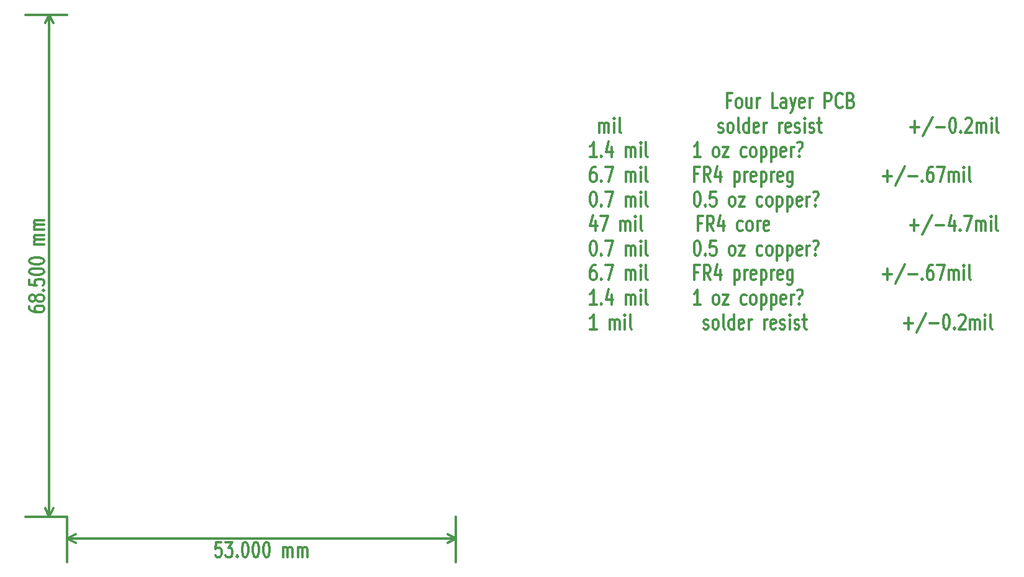
<source format=gbr>
G04 #@! TF.GenerationSoftware,KiCad,Pcbnew,(5.0.0)*
G04 #@! TF.CreationDate,2018-12-02T13:03:49-08:00*
G04 #@! TF.ProjectId,HamShield1.1,48616D536869656C64312E312E6B6963,rev?*
G04 #@! TF.SameCoordinates,PX581e980PY882a660*
G04 #@! TF.FileFunction,Other,Comment*
%FSLAX46Y46*%
G04 Gerber Fmt 4.6, Leading zero omitted, Abs format (unit mm)*
G04 Created by KiCad (PCBNEW (5.0.0)) date 12/02/18 13:03:49*
%MOMM*%
%LPD*%
G01*
G04 APERTURE LIST*
%ADD10C,0.304800*%
G04 APERTURE END LIST*
D10*
X90597262Y47962743D02*
X90089262Y47962743D01*
X90089262Y46898362D02*
X90089262Y48930362D01*
X90814977Y48930362D01*
X91613262Y46898362D02*
X91468120Y46995124D01*
X91395548Y47091886D01*
X91322977Y47285410D01*
X91322977Y47865981D01*
X91395548Y48059505D01*
X91468120Y48156267D01*
X91613262Y48253029D01*
X91830977Y48253029D01*
X91976120Y48156267D01*
X92048691Y48059505D01*
X92121262Y47865981D01*
X92121262Y47285410D01*
X92048691Y47091886D01*
X91976120Y46995124D01*
X91830977Y46898362D01*
X91613262Y46898362D01*
X93427548Y48253029D02*
X93427548Y46898362D01*
X92774405Y48253029D02*
X92774405Y47188648D01*
X92846977Y46995124D01*
X92992120Y46898362D01*
X93209834Y46898362D01*
X93354977Y46995124D01*
X93427548Y47091886D01*
X94153262Y46898362D02*
X94153262Y48253029D01*
X94153262Y47865981D02*
X94225834Y48059505D01*
X94298405Y48156267D01*
X94443548Y48253029D01*
X94588691Y48253029D01*
X96983548Y46898362D02*
X96257834Y46898362D01*
X96257834Y48930362D01*
X98144691Y46898362D02*
X98144691Y47962743D01*
X98072120Y48156267D01*
X97926977Y48253029D01*
X97636691Y48253029D01*
X97491548Y48156267D01*
X98144691Y46995124D02*
X97999548Y46898362D01*
X97636691Y46898362D01*
X97491548Y46995124D01*
X97418977Y47188648D01*
X97418977Y47382172D01*
X97491548Y47575696D01*
X97636691Y47672458D01*
X97999548Y47672458D01*
X98144691Y47769220D01*
X98725262Y48253029D02*
X99088120Y46898362D01*
X99450977Y48253029D02*
X99088120Y46898362D01*
X98942977Y46414553D01*
X98870405Y46317791D01*
X98725262Y46221029D01*
X100612120Y46995124D02*
X100466977Y46898362D01*
X100176691Y46898362D01*
X100031548Y46995124D01*
X99958977Y47188648D01*
X99958977Y47962743D01*
X100031548Y48156267D01*
X100176691Y48253029D01*
X100466977Y48253029D01*
X100612120Y48156267D01*
X100684691Y47962743D01*
X100684691Y47769220D01*
X99958977Y47575696D01*
X101337834Y46898362D02*
X101337834Y48253029D01*
X101337834Y47865981D02*
X101410405Y48059505D01*
X101482977Y48156267D01*
X101628120Y48253029D01*
X101773262Y48253029D01*
X103442405Y46898362D02*
X103442405Y48930362D01*
X104022977Y48930362D01*
X104168120Y48833600D01*
X104240691Y48736839D01*
X104313262Y48543315D01*
X104313262Y48253029D01*
X104240691Y48059505D01*
X104168120Y47962743D01*
X104022977Y47865981D01*
X103442405Y47865981D01*
X105837262Y47091886D02*
X105764691Y46995124D01*
X105546977Y46898362D01*
X105401834Y46898362D01*
X105184120Y46995124D01*
X105038977Y47188648D01*
X104966405Y47382172D01*
X104893834Y47769220D01*
X104893834Y48059505D01*
X104966405Y48446553D01*
X105038977Y48640077D01*
X105184120Y48833600D01*
X105401834Y48930362D01*
X105546977Y48930362D01*
X105764691Y48833600D01*
X105837262Y48736839D01*
X106998405Y47962743D02*
X107216120Y47865981D01*
X107288691Y47769220D01*
X107361262Y47575696D01*
X107361262Y47285410D01*
X107288691Y47091886D01*
X107216120Y46995124D01*
X107070977Y46898362D01*
X106490405Y46898362D01*
X106490405Y48930362D01*
X106998405Y48930362D01*
X107143548Y48833600D01*
X107216120Y48736839D01*
X107288691Y48543315D01*
X107288691Y48349791D01*
X107216120Y48156267D01*
X107143548Y48059505D01*
X106998405Y47962743D01*
X106490405Y47962743D01*
X72672120Y43545562D02*
X72672120Y44900229D01*
X72672120Y44706705D02*
X72744691Y44803467D01*
X72889834Y44900229D01*
X73107548Y44900229D01*
X73252691Y44803467D01*
X73325262Y44609943D01*
X73325262Y43545562D01*
X73325262Y44609943D02*
X73397834Y44803467D01*
X73542977Y44900229D01*
X73760691Y44900229D01*
X73905834Y44803467D01*
X73978405Y44609943D01*
X73978405Y43545562D01*
X74704120Y43545562D02*
X74704120Y44900229D01*
X74704120Y45577562D02*
X74631548Y45480800D01*
X74704120Y45384039D01*
X74776691Y45480800D01*
X74704120Y45577562D01*
X74704120Y45384039D01*
X75647548Y43545562D02*
X75502405Y43642324D01*
X75429834Y43835848D01*
X75429834Y45577562D01*
X88928120Y43642324D02*
X89073262Y43545562D01*
X89363548Y43545562D01*
X89508691Y43642324D01*
X89581262Y43835848D01*
X89581262Y43932610D01*
X89508691Y44126134D01*
X89363548Y44222896D01*
X89145834Y44222896D01*
X89000691Y44319658D01*
X88928120Y44513181D01*
X88928120Y44609943D01*
X89000691Y44803467D01*
X89145834Y44900229D01*
X89363548Y44900229D01*
X89508691Y44803467D01*
X90452120Y43545562D02*
X90306977Y43642324D01*
X90234405Y43739086D01*
X90161834Y43932610D01*
X90161834Y44513181D01*
X90234405Y44706705D01*
X90306977Y44803467D01*
X90452120Y44900229D01*
X90669834Y44900229D01*
X90814977Y44803467D01*
X90887548Y44706705D01*
X90960120Y44513181D01*
X90960120Y43932610D01*
X90887548Y43739086D01*
X90814977Y43642324D01*
X90669834Y43545562D01*
X90452120Y43545562D01*
X91830977Y43545562D02*
X91685834Y43642324D01*
X91613262Y43835848D01*
X91613262Y45577562D01*
X93064691Y43545562D02*
X93064691Y45577562D01*
X93064691Y43642324D02*
X92919548Y43545562D01*
X92629262Y43545562D01*
X92484120Y43642324D01*
X92411548Y43739086D01*
X92338977Y43932610D01*
X92338977Y44513181D01*
X92411548Y44706705D01*
X92484120Y44803467D01*
X92629262Y44900229D01*
X92919548Y44900229D01*
X93064691Y44803467D01*
X94370977Y43642324D02*
X94225834Y43545562D01*
X93935548Y43545562D01*
X93790405Y43642324D01*
X93717834Y43835848D01*
X93717834Y44609943D01*
X93790405Y44803467D01*
X93935548Y44900229D01*
X94225834Y44900229D01*
X94370977Y44803467D01*
X94443548Y44609943D01*
X94443548Y44416420D01*
X93717834Y44222896D01*
X95096691Y43545562D02*
X95096691Y44900229D01*
X95096691Y44513181D02*
X95169262Y44706705D01*
X95241834Y44803467D01*
X95386977Y44900229D01*
X95532120Y44900229D01*
X97201262Y43545562D02*
X97201262Y44900229D01*
X97201262Y44513181D02*
X97273834Y44706705D01*
X97346405Y44803467D01*
X97491548Y44900229D01*
X97636691Y44900229D01*
X98725262Y43642324D02*
X98580120Y43545562D01*
X98289834Y43545562D01*
X98144691Y43642324D01*
X98072120Y43835848D01*
X98072120Y44609943D01*
X98144691Y44803467D01*
X98289834Y44900229D01*
X98580120Y44900229D01*
X98725262Y44803467D01*
X98797834Y44609943D01*
X98797834Y44416420D01*
X98072120Y44222896D01*
X99378405Y43642324D02*
X99523548Y43545562D01*
X99813834Y43545562D01*
X99958977Y43642324D01*
X100031548Y43835848D01*
X100031548Y43932610D01*
X99958977Y44126134D01*
X99813834Y44222896D01*
X99596120Y44222896D01*
X99450977Y44319658D01*
X99378405Y44513181D01*
X99378405Y44609943D01*
X99450977Y44803467D01*
X99596120Y44900229D01*
X99813834Y44900229D01*
X99958977Y44803467D01*
X100684691Y43545562D02*
X100684691Y44900229D01*
X100684691Y45577562D02*
X100612120Y45480800D01*
X100684691Y45384039D01*
X100757262Y45480800D01*
X100684691Y45577562D01*
X100684691Y45384039D01*
X101337834Y43642324D02*
X101482977Y43545562D01*
X101773262Y43545562D01*
X101918405Y43642324D01*
X101990977Y43835848D01*
X101990977Y43932610D01*
X101918405Y44126134D01*
X101773262Y44222896D01*
X101555548Y44222896D01*
X101410405Y44319658D01*
X101337834Y44513181D01*
X101337834Y44609943D01*
X101410405Y44803467D01*
X101555548Y44900229D01*
X101773262Y44900229D01*
X101918405Y44803467D01*
X102426405Y44900229D02*
X103006977Y44900229D01*
X102644120Y45577562D02*
X102644120Y43835848D01*
X102716691Y43642324D01*
X102861834Y43545562D01*
X103006977Y43545562D01*
X115126405Y44319658D02*
X116287548Y44319658D01*
X115706977Y43545562D02*
X115706977Y45093753D01*
X118101834Y45674324D02*
X116795548Y43061753D01*
X118609834Y44319658D02*
X119770977Y44319658D01*
X120786977Y45577562D02*
X120932120Y45577562D01*
X121077262Y45480800D01*
X121149834Y45384039D01*
X121222405Y45190515D01*
X121294977Y44803467D01*
X121294977Y44319658D01*
X121222405Y43932610D01*
X121149834Y43739086D01*
X121077262Y43642324D01*
X120932120Y43545562D01*
X120786977Y43545562D01*
X120641834Y43642324D01*
X120569262Y43739086D01*
X120496691Y43932610D01*
X120424120Y44319658D01*
X120424120Y44803467D01*
X120496691Y45190515D01*
X120569262Y45384039D01*
X120641834Y45480800D01*
X120786977Y45577562D01*
X121948120Y43739086D02*
X122020691Y43642324D01*
X121948120Y43545562D01*
X121875548Y43642324D01*
X121948120Y43739086D01*
X121948120Y43545562D01*
X122601262Y45384039D02*
X122673834Y45480800D01*
X122818977Y45577562D01*
X123181834Y45577562D01*
X123326977Y45480800D01*
X123399548Y45384039D01*
X123472120Y45190515D01*
X123472120Y44996991D01*
X123399548Y44706705D01*
X122528691Y43545562D01*
X123472120Y43545562D01*
X124125262Y43545562D02*
X124125262Y44900229D01*
X124125262Y44706705D02*
X124197834Y44803467D01*
X124342977Y44900229D01*
X124560691Y44900229D01*
X124705834Y44803467D01*
X124778405Y44609943D01*
X124778405Y43545562D01*
X124778405Y44609943D02*
X124850977Y44803467D01*
X124996120Y44900229D01*
X125213834Y44900229D01*
X125358977Y44803467D01*
X125431548Y44609943D01*
X125431548Y43545562D01*
X126157262Y43545562D02*
X126157262Y44900229D01*
X126157262Y45577562D02*
X126084691Y45480800D01*
X126157262Y45384039D01*
X126229834Y45480800D01*
X126157262Y45577562D01*
X126157262Y45384039D01*
X127100691Y43545562D02*
X126955548Y43642324D01*
X126882977Y43835848D01*
X126882977Y45577562D01*
X72309262Y40192762D02*
X71438405Y40192762D01*
X71873834Y40192762D02*
X71873834Y42224762D01*
X71728691Y41934477D01*
X71583548Y41740953D01*
X71438405Y41644191D01*
X72962405Y40386286D02*
X73034977Y40289524D01*
X72962405Y40192762D01*
X72889834Y40289524D01*
X72962405Y40386286D01*
X72962405Y40192762D01*
X74341262Y41547429D02*
X74341262Y40192762D01*
X73978405Y42321524D02*
X73615548Y40870096D01*
X74558977Y40870096D01*
X76300691Y40192762D02*
X76300691Y41547429D01*
X76300691Y41353905D02*
X76373262Y41450667D01*
X76518405Y41547429D01*
X76736120Y41547429D01*
X76881262Y41450667D01*
X76953834Y41257143D01*
X76953834Y40192762D01*
X76953834Y41257143D02*
X77026405Y41450667D01*
X77171548Y41547429D01*
X77389262Y41547429D01*
X77534405Y41450667D01*
X77606977Y41257143D01*
X77606977Y40192762D01*
X78332691Y40192762D02*
X78332691Y41547429D01*
X78332691Y42224762D02*
X78260120Y42128000D01*
X78332691Y42031239D01*
X78405262Y42128000D01*
X78332691Y42224762D01*
X78332691Y42031239D01*
X79276120Y40192762D02*
X79130977Y40289524D01*
X79058405Y40483048D01*
X79058405Y42224762D01*
X86460691Y40192762D02*
X85589834Y40192762D01*
X86025262Y40192762D02*
X86025262Y42224762D01*
X85880120Y41934477D01*
X85734977Y41740953D01*
X85589834Y41644191D01*
X88492691Y40192762D02*
X88347548Y40289524D01*
X88274977Y40386286D01*
X88202405Y40579810D01*
X88202405Y41160381D01*
X88274977Y41353905D01*
X88347548Y41450667D01*
X88492691Y41547429D01*
X88710405Y41547429D01*
X88855548Y41450667D01*
X88928120Y41353905D01*
X89000691Y41160381D01*
X89000691Y40579810D01*
X88928120Y40386286D01*
X88855548Y40289524D01*
X88710405Y40192762D01*
X88492691Y40192762D01*
X89508691Y41547429D02*
X90306977Y41547429D01*
X89508691Y40192762D01*
X90306977Y40192762D01*
X92701834Y40289524D02*
X92556691Y40192762D01*
X92266405Y40192762D01*
X92121262Y40289524D01*
X92048691Y40386286D01*
X91976120Y40579810D01*
X91976120Y41160381D01*
X92048691Y41353905D01*
X92121262Y41450667D01*
X92266405Y41547429D01*
X92556691Y41547429D01*
X92701834Y41450667D01*
X93572691Y40192762D02*
X93427548Y40289524D01*
X93354977Y40386286D01*
X93282405Y40579810D01*
X93282405Y41160381D01*
X93354977Y41353905D01*
X93427548Y41450667D01*
X93572691Y41547429D01*
X93790405Y41547429D01*
X93935548Y41450667D01*
X94008120Y41353905D01*
X94080691Y41160381D01*
X94080691Y40579810D01*
X94008120Y40386286D01*
X93935548Y40289524D01*
X93790405Y40192762D01*
X93572691Y40192762D01*
X94733834Y41547429D02*
X94733834Y39515429D01*
X94733834Y41450667D02*
X94878977Y41547429D01*
X95169262Y41547429D01*
X95314405Y41450667D01*
X95386977Y41353905D01*
X95459548Y41160381D01*
X95459548Y40579810D01*
X95386977Y40386286D01*
X95314405Y40289524D01*
X95169262Y40192762D01*
X94878977Y40192762D01*
X94733834Y40289524D01*
X96112691Y41547429D02*
X96112691Y39515429D01*
X96112691Y41450667D02*
X96257834Y41547429D01*
X96548120Y41547429D01*
X96693262Y41450667D01*
X96765834Y41353905D01*
X96838405Y41160381D01*
X96838405Y40579810D01*
X96765834Y40386286D01*
X96693262Y40289524D01*
X96548120Y40192762D01*
X96257834Y40192762D01*
X96112691Y40289524D01*
X98072120Y40289524D02*
X97926977Y40192762D01*
X97636691Y40192762D01*
X97491548Y40289524D01*
X97418977Y40483048D01*
X97418977Y41257143D01*
X97491548Y41450667D01*
X97636691Y41547429D01*
X97926977Y41547429D01*
X98072120Y41450667D01*
X98144691Y41257143D01*
X98144691Y41063620D01*
X97418977Y40870096D01*
X98797834Y40192762D02*
X98797834Y41547429D01*
X98797834Y41160381D02*
X98870405Y41353905D01*
X98942977Y41450667D01*
X99088120Y41547429D01*
X99233262Y41547429D01*
X99958977Y40386286D02*
X100031548Y40289524D01*
X99958977Y40192762D01*
X99886405Y40289524D01*
X99958977Y40386286D01*
X99958977Y40192762D01*
X99668691Y42128000D02*
X99813834Y42224762D01*
X100176691Y42224762D01*
X100321834Y42128000D01*
X100394405Y41934477D01*
X100394405Y41740953D01*
X100321834Y41547429D01*
X100249262Y41450667D01*
X100104120Y41353905D01*
X100031548Y41257143D01*
X99958977Y41063620D01*
X99958977Y40966858D01*
X72164120Y38871962D02*
X71873834Y38871962D01*
X71728691Y38775200D01*
X71656120Y38678439D01*
X71510977Y38388153D01*
X71438405Y38001105D01*
X71438405Y37227010D01*
X71510977Y37033486D01*
X71583548Y36936724D01*
X71728691Y36839962D01*
X72018977Y36839962D01*
X72164120Y36936724D01*
X72236691Y37033486D01*
X72309262Y37227010D01*
X72309262Y37710820D01*
X72236691Y37904343D01*
X72164120Y38001105D01*
X72018977Y38097867D01*
X71728691Y38097867D01*
X71583548Y38001105D01*
X71510977Y37904343D01*
X71438405Y37710820D01*
X72962405Y37033486D02*
X73034977Y36936724D01*
X72962405Y36839962D01*
X72889834Y36936724D01*
X72962405Y37033486D01*
X72962405Y36839962D01*
X73542977Y38871962D02*
X74558977Y38871962D01*
X73905834Y36839962D01*
X76300691Y36839962D02*
X76300691Y38194629D01*
X76300691Y38001105D02*
X76373262Y38097867D01*
X76518405Y38194629D01*
X76736120Y38194629D01*
X76881262Y38097867D01*
X76953834Y37904343D01*
X76953834Y36839962D01*
X76953834Y37904343D02*
X77026405Y38097867D01*
X77171548Y38194629D01*
X77389262Y38194629D01*
X77534405Y38097867D01*
X77606977Y37904343D01*
X77606977Y36839962D01*
X78332691Y36839962D02*
X78332691Y38194629D01*
X78332691Y38871962D02*
X78260120Y38775200D01*
X78332691Y38678439D01*
X78405262Y38775200D01*
X78332691Y38871962D01*
X78332691Y38678439D01*
X79276120Y36839962D02*
X79130977Y36936724D01*
X79058405Y37130248D01*
X79058405Y38871962D01*
X86170405Y37904343D02*
X85662405Y37904343D01*
X85662405Y36839962D02*
X85662405Y38871962D01*
X86388120Y38871962D01*
X87839548Y36839962D02*
X87331548Y37807581D01*
X86968691Y36839962D02*
X86968691Y38871962D01*
X87549262Y38871962D01*
X87694405Y38775200D01*
X87766977Y38678439D01*
X87839548Y38484915D01*
X87839548Y38194629D01*
X87766977Y38001105D01*
X87694405Y37904343D01*
X87549262Y37807581D01*
X86968691Y37807581D01*
X89145834Y38194629D02*
X89145834Y36839962D01*
X88782977Y38968724D02*
X88420120Y37517296D01*
X89363548Y37517296D01*
X91105262Y38194629D02*
X91105262Y36162629D01*
X91105262Y38097867D02*
X91250405Y38194629D01*
X91540691Y38194629D01*
X91685834Y38097867D01*
X91758405Y38001105D01*
X91830977Y37807581D01*
X91830977Y37227010D01*
X91758405Y37033486D01*
X91685834Y36936724D01*
X91540691Y36839962D01*
X91250405Y36839962D01*
X91105262Y36936724D01*
X92484120Y36839962D02*
X92484120Y38194629D01*
X92484120Y37807581D02*
X92556691Y38001105D01*
X92629262Y38097867D01*
X92774405Y38194629D01*
X92919548Y38194629D01*
X94008120Y36936724D02*
X93862977Y36839962D01*
X93572691Y36839962D01*
X93427548Y36936724D01*
X93354977Y37130248D01*
X93354977Y37904343D01*
X93427548Y38097867D01*
X93572691Y38194629D01*
X93862977Y38194629D01*
X94008120Y38097867D01*
X94080691Y37904343D01*
X94080691Y37710820D01*
X93354977Y37517296D01*
X94733834Y38194629D02*
X94733834Y36162629D01*
X94733834Y38097867D02*
X94878977Y38194629D01*
X95169262Y38194629D01*
X95314405Y38097867D01*
X95386977Y38001105D01*
X95459548Y37807581D01*
X95459548Y37227010D01*
X95386977Y37033486D01*
X95314405Y36936724D01*
X95169262Y36839962D01*
X94878977Y36839962D01*
X94733834Y36936724D01*
X96112691Y36839962D02*
X96112691Y38194629D01*
X96112691Y37807581D02*
X96185262Y38001105D01*
X96257834Y38097867D01*
X96402977Y38194629D01*
X96548120Y38194629D01*
X97636691Y36936724D02*
X97491548Y36839962D01*
X97201262Y36839962D01*
X97056120Y36936724D01*
X96983548Y37130248D01*
X96983548Y37904343D01*
X97056120Y38097867D01*
X97201262Y38194629D01*
X97491548Y38194629D01*
X97636691Y38097867D01*
X97709262Y37904343D01*
X97709262Y37710820D01*
X96983548Y37517296D01*
X99015548Y38194629D02*
X99015548Y36549677D01*
X98942977Y36356153D01*
X98870405Y36259391D01*
X98725262Y36162629D01*
X98507548Y36162629D01*
X98362405Y36259391D01*
X99015548Y36936724D02*
X98870405Y36839962D01*
X98580120Y36839962D01*
X98434977Y36936724D01*
X98362405Y37033486D01*
X98289834Y37227010D01*
X98289834Y37807581D01*
X98362405Y38001105D01*
X98434977Y38097867D01*
X98580120Y38194629D01*
X98870405Y38194629D01*
X99015548Y38097867D01*
X111352691Y37614058D02*
X112513834Y37614058D01*
X111933262Y36839962D02*
X111933262Y38388153D01*
X114328120Y38968724D02*
X113021834Y36356153D01*
X114836120Y37614058D02*
X115997262Y37614058D01*
X116722977Y37033486D02*
X116795548Y36936724D01*
X116722977Y36839962D01*
X116650405Y36936724D01*
X116722977Y37033486D01*
X116722977Y36839962D01*
X118101834Y38871962D02*
X117811548Y38871962D01*
X117666405Y38775200D01*
X117593834Y38678439D01*
X117448691Y38388153D01*
X117376120Y38001105D01*
X117376120Y37227010D01*
X117448691Y37033486D01*
X117521262Y36936724D01*
X117666405Y36839962D01*
X117956691Y36839962D01*
X118101834Y36936724D01*
X118174405Y37033486D01*
X118246977Y37227010D01*
X118246977Y37710820D01*
X118174405Y37904343D01*
X118101834Y38001105D01*
X117956691Y38097867D01*
X117666405Y38097867D01*
X117521262Y38001105D01*
X117448691Y37904343D01*
X117376120Y37710820D01*
X118754977Y38871962D02*
X119770977Y38871962D01*
X119117834Y36839962D01*
X120351548Y36839962D02*
X120351548Y38194629D01*
X120351548Y38001105D02*
X120424120Y38097867D01*
X120569262Y38194629D01*
X120786977Y38194629D01*
X120932120Y38097867D01*
X121004691Y37904343D01*
X121004691Y36839962D01*
X121004691Y37904343D02*
X121077262Y38097867D01*
X121222405Y38194629D01*
X121440120Y38194629D01*
X121585262Y38097867D01*
X121657834Y37904343D01*
X121657834Y36839962D01*
X122383548Y36839962D02*
X122383548Y38194629D01*
X122383548Y38871962D02*
X122310977Y38775200D01*
X122383548Y38678439D01*
X122456120Y38775200D01*
X122383548Y38871962D01*
X122383548Y38678439D01*
X123326977Y36839962D02*
X123181834Y36936724D01*
X123109262Y37130248D01*
X123109262Y38871962D01*
X71801262Y35519162D02*
X71946405Y35519162D01*
X72091548Y35422400D01*
X72164120Y35325639D01*
X72236691Y35132115D01*
X72309262Y34745067D01*
X72309262Y34261258D01*
X72236691Y33874210D01*
X72164120Y33680686D01*
X72091548Y33583924D01*
X71946405Y33487162D01*
X71801262Y33487162D01*
X71656120Y33583924D01*
X71583548Y33680686D01*
X71510977Y33874210D01*
X71438405Y34261258D01*
X71438405Y34745067D01*
X71510977Y35132115D01*
X71583548Y35325639D01*
X71656120Y35422400D01*
X71801262Y35519162D01*
X72962405Y33680686D02*
X73034977Y33583924D01*
X72962405Y33487162D01*
X72889834Y33583924D01*
X72962405Y33680686D01*
X72962405Y33487162D01*
X73542977Y35519162D02*
X74558977Y35519162D01*
X73905834Y33487162D01*
X76300691Y33487162D02*
X76300691Y34841829D01*
X76300691Y34648305D02*
X76373262Y34745067D01*
X76518405Y34841829D01*
X76736120Y34841829D01*
X76881262Y34745067D01*
X76953834Y34551543D01*
X76953834Y33487162D01*
X76953834Y34551543D02*
X77026405Y34745067D01*
X77171548Y34841829D01*
X77389262Y34841829D01*
X77534405Y34745067D01*
X77606977Y34551543D01*
X77606977Y33487162D01*
X78332691Y33487162D02*
X78332691Y34841829D01*
X78332691Y35519162D02*
X78260120Y35422400D01*
X78332691Y35325639D01*
X78405262Y35422400D01*
X78332691Y35519162D01*
X78332691Y35325639D01*
X79276120Y33487162D02*
X79130977Y33583924D01*
X79058405Y33777448D01*
X79058405Y35519162D01*
X85952691Y35519162D02*
X86097834Y35519162D01*
X86242977Y35422400D01*
X86315548Y35325639D01*
X86388120Y35132115D01*
X86460691Y34745067D01*
X86460691Y34261258D01*
X86388120Y33874210D01*
X86315548Y33680686D01*
X86242977Y33583924D01*
X86097834Y33487162D01*
X85952691Y33487162D01*
X85807548Y33583924D01*
X85734977Y33680686D01*
X85662405Y33874210D01*
X85589834Y34261258D01*
X85589834Y34745067D01*
X85662405Y35132115D01*
X85734977Y35325639D01*
X85807548Y35422400D01*
X85952691Y35519162D01*
X87113834Y33680686D02*
X87186405Y33583924D01*
X87113834Y33487162D01*
X87041262Y33583924D01*
X87113834Y33680686D01*
X87113834Y33487162D01*
X88565262Y35519162D02*
X87839548Y35519162D01*
X87766977Y34551543D01*
X87839548Y34648305D01*
X87984691Y34745067D01*
X88347548Y34745067D01*
X88492691Y34648305D01*
X88565262Y34551543D01*
X88637834Y34358020D01*
X88637834Y33874210D01*
X88565262Y33680686D01*
X88492691Y33583924D01*
X88347548Y33487162D01*
X87984691Y33487162D01*
X87839548Y33583924D01*
X87766977Y33680686D01*
X90669834Y33487162D02*
X90524691Y33583924D01*
X90452120Y33680686D01*
X90379548Y33874210D01*
X90379548Y34454781D01*
X90452120Y34648305D01*
X90524691Y34745067D01*
X90669834Y34841829D01*
X90887548Y34841829D01*
X91032691Y34745067D01*
X91105262Y34648305D01*
X91177834Y34454781D01*
X91177834Y33874210D01*
X91105262Y33680686D01*
X91032691Y33583924D01*
X90887548Y33487162D01*
X90669834Y33487162D01*
X91685834Y34841829D02*
X92484120Y34841829D01*
X91685834Y33487162D01*
X92484120Y33487162D01*
X94878977Y33583924D02*
X94733834Y33487162D01*
X94443548Y33487162D01*
X94298405Y33583924D01*
X94225834Y33680686D01*
X94153262Y33874210D01*
X94153262Y34454781D01*
X94225834Y34648305D01*
X94298405Y34745067D01*
X94443548Y34841829D01*
X94733834Y34841829D01*
X94878977Y34745067D01*
X95749834Y33487162D02*
X95604691Y33583924D01*
X95532120Y33680686D01*
X95459548Y33874210D01*
X95459548Y34454781D01*
X95532120Y34648305D01*
X95604691Y34745067D01*
X95749834Y34841829D01*
X95967548Y34841829D01*
X96112691Y34745067D01*
X96185262Y34648305D01*
X96257834Y34454781D01*
X96257834Y33874210D01*
X96185262Y33680686D01*
X96112691Y33583924D01*
X95967548Y33487162D01*
X95749834Y33487162D01*
X96910977Y34841829D02*
X96910977Y32809829D01*
X96910977Y34745067D02*
X97056120Y34841829D01*
X97346405Y34841829D01*
X97491548Y34745067D01*
X97564120Y34648305D01*
X97636691Y34454781D01*
X97636691Y33874210D01*
X97564120Y33680686D01*
X97491548Y33583924D01*
X97346405Y33487162D01*
X97056120Y33487162D01*
X96910977Y33583924D01*
X98289834Y34841829D02*
X98289834Y32809829D01*
X98289834Y34745067D02*
X98434977Y34841829D01*
X98725262Y34841829D01*
X98870405Y34745067D01*
X98942977Y34648305D01*
X99015548Y34454781D01*
X99015548Y33874210D01*
X98942977Y33680686D01*
X98870405Y33583924D01*
X98725262Y33487162D01*
X98434977Y33487162D01*
X98289834Y33583924D01*
X100249262Y33583924D02*
X100104120Y33487162D01*
X99813834Y33487162D01*
X99668691Y33583924D01*
X99596120Y33777448D01*
X99596120Y34551543D01*
X99668691Y34745067D01*
X99813834Y34841829D01*
X100104120Y34841829D01*
X100249262Y34745067D01*
X100321834Y34551543D01*
X100321834Y34358020D01*
X99596120Y34164496D01*
X100974977Y33487162D02*
X100974977Y34841829D01*
X100974977Y34454781D02*
X101047548Y34648305D01*
X101120120Y34745067D01*
X101265262Y34841829D01*
X101410405Y34841829D01*
X102136120Y33680686D02*
X102208691Y33583924D01*
X102136120Y33487162D01*
X102063548Y33583924D01*
X102136120Y33680686D01*
X102136120Y33487162D01*
X101845834Y35422400D02*
X101990977Y35519162D01*
X102353834Y35519162D01*
X102498977Y35422400D01*
X102571548Y35228877D01*
X102571548Y35035353D01*
X102498977Y34841829D01*
X102426405Y34745067D01*
X102281262Y34648305D01*
X102208691Y34551543D01*
X102136120Y34358020D01*
X102136120Y34261258D01*
X72164120Y31489029D02*
X72164120Y30134362D01*
X71801262Y32263124D02*
X71438405Y30811696D01*
X72381834Y30811696D01*
X72817262Y32166362D02*
X73833262Y32166362D01*
X73180120Y30134362D01*
X75574977Y30134362D02*
X75574977Y31489029D01*
X75574977Y31295505D02*
X75647548Y31392267D01*
X75792691Y31489029D01*
X76010405Y31489029D01*
X76155548Y31392267D01*
X76228120Y31198743D01*
X76228120Y30134362D01*
X76228120Y31198743D02*
X76300691Y31392267D01*
X76445834Y31489029D01*
X76663548Y31489029D01*
X76808691Y31392267D01*
X76881262Y31198743D01*
X76881262Y30134362D01*
X77606977Y30134362D02*
X77606977Y31489029D01*
X77606977Y32166362D02*
X77534405Y32069600D01*
X77606977Y31972839D01*
X77679548Y32069600D01*
X77606977Y32166362D01*
X77606977Y31972839D01*
X78550405Y30134362D02*
X78405262Y30231124D01*
X78332691Y30424648D01*
X78332691Y32166362D01*
X86605834Y31198743D02*
X86097834Y31198743D01*
X86097834Y30134362D02*
X86097834Y32166362D01*
X86823548Y32166362D01*
X88274977Y30134362D02*
X87766977Y31101981D01*
X87404120Y30134362D02*
X87404120Y32166362D01*
X87984691Y32166362D01*
X88129834Y32069600D01*
X88202405Y31972839D01*
X88274977Y31779315D01*
X88274977Y31489029D01*
X88202405Y31295505D01*
X88129834Y31198743D01*
X87984691Y31101981D01*
X87404120Y31101981D01*
X89581262Y31489029D02*
X89581262Y30134362D01*
X89218405Y32263124D02*
X88855548Y30811696D01*
X89798977Y30811696D01*
X92193834Y30231124D02*
X92048691Y30134362D01*
X91758405Y30134362D01*
X91613262Y30231124D01*
X91540691Y30327886D01*
X91468120Y30521410D01*
X91468120Y31101981D01*
X91540691Y31295505D01*
X91613262Y31392267D01*
X91758405Y31489029D01*
X92048691Y31489029D01*
X92193834Y31392267D01*
X93064691Y30134362D02*
X92919548Y30231124D01*
X92846977Y30327886D01*
X92774405Y30521410D01*
X92774405Y31101981D01*
X92846977Y31295505D01*
X92919548Y31392267D01*
X93064691Y31489029D01*
X93282405Y31489029D01*
X93427548Y31392267D01*
X93500120Y31295505D01*
X93572691Y31101981D01*
X93572691Y30521410D01*
X93500120Y30327886D01*
X93427548Y30231124D01*
X93282405Y30134362D01*
X93064691Y30134362D01*
X94225834Y30134362D02*
X94225834Y31489029D01*
X94225834Y31101981D02*
X94298405Y31295505D01*
X94370977Y31392267D01*
X94516120Y31489029D01*
X94661262Y31489029D01*
X95749834Y30231124D02*
X95604691Y30134362D01*
X95314405Y30134362D01*
X95169262Y30231124D01*
X95096691Y30424648D01*
X95096691Y31198743D01*
X95169262Y31392267D01*
X95314405Y31489029D01*
X95604691Y31489029D01*
X95749834Y31392267D01*
X95822405Y31198743D01*
X95822405Y31005220D01*
X95096691Y30811696D01*
X115053834Y30908458D02*
X116214977Y30908458D01*
X115634405Y30134362D02*
X115634405Y31682553D01*
X118029262Y32263124D02*
X116722977Y29650553D01*
X118537262Y30908458D02*
X119698405Y30908458D01*
X121077262Y31489029D02*
X121077262Y30134362D01*
X120714405Y32263124D02*
X120351548Y30811696D01*
X121294977Y30811696D01*
X121875548Y30327886D02*
X121948120Y30231124D01*
X121875548Y30134362D01*
X121802977Y30231124D01*
X121875548Y30327886D01*
X121875548Y30134362D01*
X122456120Y32166362D02*
X123472120Y32166362D01*
X122818977Y30134362D01*
X124052691Y30134362D02*
X124052691Y31489029D01*
X124052691Y31295505D02*
X124125262Y31392267D01*
X124270405Y31489029D01*
X124488120Y31489029D01*
X124633262Y31392267D01*
X124705834Y31198743D01*
X124705834Y30134362D01*
X124705834Y31198743D02*
X124778405Y31392267D01*
X124923548Y31489029D01*
X125141262Y31489029D01*
X125286405Y31392267D01*
X125358977Y31198743D01*
X125358977Y30134362D01*
X126084691Y30134362D02*
X126084691Y31489029D01*
X126084691Y32166362D02*
X126012120Y32069600D01*
X126084691Y31972839D01*
X126157262Y32069600D01*
X126084691Y32166362D01*
X126084691Y31972839D01*
X127028120Y30134362D02*
X126882977Y30231124D01*
X126810405Y30424648D01*
X126810405Y32166362D01*
X71801262Y28813562D02*
X71946405Y28813562D01*
X72091548Y28716800D01*
X72164120Y28620039D01*
X72236691Y28426515D01*
X72309262Y28039467D01*
X72309262Y27555658D01*
X72236691Y27168610D01*
X72164120Y26975086D01*
X72091548Y26878324D01*
X71946405Y26781562D01*
X71801262Y26781562D01*
X71656120Y26878324D01*
X71583548Y26975086D01*
X71510977Y27168610D01*
X71438405Y27555658D01*
X71438405Y28039467D01*
X71510977Y28426515D01*
X71583548Y28620039D01*
X71656120Y28716800D01*
X71801262Y28813562D01*
X72962405Y26975086D02*
X73034977Y26878324D01*
X72962405Y26781562D01*
X72889834Y26878324D01*
X72962405Y26975086D01*
X72962405Y26781562D01*
X73542977Y28813562D02*
X74558977Y28813562D01*
X73905834Y26781562D01*
X76300691Y26781562D02*
X76300691Y28136229D01*
X76300691Y27942705D02*
X76373262Y28039467D01*
X76518405Y28136229D01*
X76736120Y28136229D01*
X76881262Y28039467D01*
X76953834Y27845943D01*
X76953834Y26781562D01*
X76953834Y27845943D02*
X77026405Y28039467D01*
X77171548Y28136229D01*
X77389262Y28136229D01*
X77534405Y28039467D01*
X77606977Y27845943D01*
X77606977Y26781562D01*
X78332691Y26781562D02*
X78332691Y28136229D01*
X78332691Y28813562D02*
X78260120Y28716800D01*
X78332691Y28620039D01*
X78405262Y28716800D01*
X78332691Y28813562D01*
X78332691Y28620039D01*
X79276120Y26781562D02*
X79130977Y26878324D01*
X79058405Y27071848D01*
X79058405Y28813562D01*
X85952691Y28813562D02*
X86097834Y28813562D01*
X86242977Y28716800D01*
X86315548Y28620039D01*
X86388120Y28426515D01*
X86460691Y28039467D01*
X86460691Y27555658D01*
X86388120Y27168610D01*
X86315548Y26975086D01*
X86242977Y26878324D01*
X86097834Y26781562D01*
X85952691Y26781562D01*
X85807548Y26878324D01*
X85734977Y26975086D01*
X85662405Y27168610D01*
X85589834Y27555658D01*
X85589834Y28039467D01*
X85662405Y28426515D01*
X85734977Y28620039D01*
X85807548Y28716800D01*
X85952691Y28813562D01*
X87113834Y26975086D02*
X87186405Y26878324D01*
X87113834Y26781562D01*
X87041262Y26878324D01*
X87113834Y26975086D01*
X87113834Y26781562D01*
X88565262Y28813562D02*
X87839548Y28813562D01*
X87766977Y27845943D01*
X87839548Y27942705D01*
X87984691Y28039467D01*
X88347548Y28039467D01*
X88492691Y27942705D01*
X88565262Y27845943D01*
X88637834Y27652420D01*
X88637834Y27168610D01*
X88565262Y26975086D01*
X88492691Y26878324D01*
X88347548Y26781562D01*
X87984691Y26781562D01*
X87839548Y26878324D01*
X87766977Y26975086D01*
X90669834Y26781562D02*
X90524691Y26878324D01*
X90452120Y26975086D01*
X90379548Y27168610D01*
X90379548Y27749181D01*
X90452120Y27942705D01*
X90524691Y28039467D01*
X90669834Y28136229D01*
X90887548Y28136229D01*
X91032691Y28039467D01*
X91105262Y27942705D01*
X91177834Y27749181D01*
X91177834Y27168610D01*
X91105262Y26975086D01*
X91032691Y26878324D01*
X90887548Y26781562D01*
X90669834Y26781562D01*
X91685834Y28136229D02*
X92484120Y28136229D01*
X91685834Y26781562D01*
X92484120Y26781562D01*
X94878977Y26878324D02*
X94733834Y26781562D01*
X94443548Y26781562D01*
X94298405Y26878324D01*
X94225834Y26975086D01*
X94153262Y27168610D01*
X94153262Y27749181D01*
X94225834Y27942705D01*
X94298405Y28039467D01*
X94443548Y28136229D01*
X94733834Y28136229D01*
X94878977Y28039467D01*
X95749834Y26781562D02*
X95604691Y26878324D01*
X95532120Y26975086D01*
X95459548Y27168610D01*
X95459548Y27749181D01*
X95532120Y27942705D01*
X95604691Y28039467D01*
X95749834Y28136229D01*
X95967548Y28136229D01*
X96112691Y28039467D01*
X96185262Y27942705D01*
X96257834Y27749181D01*
X96257834Y27168610D01*
X96185262Y26975086D01*
X96112691Y26878324D01*
X95967548Y26781562D01*
X95749834Y26781562D01*
X96910977Y28136229D02*
X96910977Y26104229D01*
X96910977Y28039467D02*
X97056120Y28136229D01*
X97346405Y28136229D01*
X97491548Y28039467D01*
X97564120Y27942705D01*
X97636691Y27749181D01*
X97636691Y27168610D01*
X97564120Y26975086D01*
X97491548Y26878324D01*
X97346405Y26781562D01*
X97056120Y26781562D01*
X96910977Y26878324D01*
X98289834Y28136229D02*
X98289834Y26104229D01*
X98289834Y28039467D02*
X98434977Y28136229D01*
X98725262Y28136229D01*
X98870405Y28039467D01*
X98942977Y27942705D01*
X99015548Y27749181D01*
X99015548Y27168610D01*
X98942977Y26975086D01*
X98870405Y26878324D01*
X98725262Y26781562D01*
X98434977Y26781562D01*
X98289834Y26878324D01*
X100249262Y26878324D02*
X100104120Y26781562D01*
X99813834Y26781562D01*
X99668691Y26878324D01*
X99596120Y27071848D01*
X99596120Y27845943D01*
X99668691Y28039467D01*
X99813834Y28136229D01*
X100104120Y28136229D01*
X100249262Y28039467D01*
X100321834Y27845943D01*
X100321834Y27652420D01*
X99596120Y27458896D01*
X100974977Y26781562D02*
X100974977Y28136229D01*
X100974977Y27749181D02*
X101047548Y27942705D01*
X101120120Y28039467D01*
X101265262Y28136229D01*
X101410405Y28136229D01*
X102136120Y26975086D02*
X102208691Y26878324D01*
X102136120Y26781562D01*
X102063548Y26878324D01*
X102136120Y26975086D01*
X102136120Y26781562D01*
X101845834Y28716800D02*
X101990977Y28813562D01*
X102353834Y28813562D01*
X102498977Y28716800D01*
X102571548Y28523277D01*
X102571548Y28329753D01*
X102498977Y28136229D01*
X102426405Y28039467D01*
X102281262Y27942705D01*
X102208691Y27845943D01*
X102136120Y27652420D01*
X102136120Y27555658D01*
X72164120Y25460762D02*
X71873834Y25460762D01*
X71728691Y25364000D01*
X71656120Y25267239D01*
X71510977Y24976953D01*
X71438405Y24589905D01*
X71438405Y23815810D01*
X71510977Y23622286D01*
X71583548Y23525524D01*
X71728691Y23428762D01*
X72018977Y23428762D01*
X72164120Y23525524D01*
X72236691Y23622286D01*
X72309262Y23815810D01*
X72309262Y24299620D01*
X72236691Y24493143D01*
X72164120Y24589905D01*
X72018977Y24686667D01*
X71728691Y24686667D01*
X71583548Y24589905D01*
X71510977Y24493143D01*
X71438405Y24299620D01*
X72962405Y23622286D02*
X73034977Y23525524D01*
X72962405Y23428762D01*
X72889834Y23525524D01*
X72962405Y23622286D01*
X72962405Y23428762D01*
X73542977Y25460762D02*
X74558977Y25460762D01*
X73905834Y23428762D01*
X76300691Y23428762D02*
X76300691Y24783429D01*
X76300691Y24589905D02*
X76373262Y24686667D01*
X76518405Y24783429D01*
X76736120Y24783429D01*
X76881262Y24686667D01*
X76953834Y24493143D01*
X76953834Y23428762D01*
X76953834Y24493143D02*
X77026405Y24686667D01*
X77171548Y24783429D01*
X77389262Y24783429D01*
X77534405Y24686667D01*
X77606977Y24493143D01*
X77606977Y23428762D01*
X78332691Y23428762D02*
X78332691Y24783429D01*
X78332691Y25460762D02*
X78260120Y25364000D01*
X78332691Y25267239D01*
X78405262Y25364000D01*
X78332691Y25460762D01*
X78332691Y25267239D01*
X79276120Y23428762D02*
X79130977Y23525524D01*
X79058405Y23719048D01*
X79058405Y25460762D01*
X86170405Y24493143D02*
X85662405Y24493143D01*
X85662405Y23428762D02*
X85662405Y25460762D01*
X86388120Y25460762D01*
X87839548Y23428762D02*
X87331548Y24396381D01*
X86968691Y23428762D02*
X86968691Y25460762D01*
X87549262Y25460762D01*
X87694405Y25364000D01*
X87766977Y25267239D01*
X87839548Y25073715D01*
X87839548Y24783429D01*
X87766977Y24589905D01*
X87694405Y24493143D01*
X87549262Y24396381D01*
X86968691Y24396381D01*
X89145834Y24783429D02*
X89145834Y23428762D01*
X88782977Y25557524D02*
X88420120Y24106096D01*
X89363548Y24106096D01*
X91105262Y24783429D02*
X91105262Y22751429D01*
X91105262Y24686667D02*
X91250405Y24783429D01*
X91540691Y24783429D01*
X91685834Y24686667D01*
X91758405Y24589905D01*
X91830977Y24396381D01*
X91830977Y23815810D01*
X91758405Y23622286D01*
X91685834Y23525524D01*
X91540691Y23428762D01*
X91250405Y23428762D01*
X91105262Y23525524D01*
X92484120Y23428762D02*
X92484120Y24783429D01*
X92484120Y24396381D02*
X92556691Y24589905D01*
X92629262Y24686667D01*
X92774405Y24783429D01*
X92919548Y24783429D01*
X94008120Y23525524D02*
X93862977Y23428762D01*
X93572691Y23428762D01*
X93427548Y23525524D01*
X93354977Y23719048D01*
X93354977Y24493143D01*
X93427548Y24686667D01*
X93572691Y24783429D01*
X93862977Y24783429D01*
X94008120Y24686667D01*
X94080691Y24493143D01*
X94080691Y24299620D01*
X93354977Y24106096D01*
X94733834Y24783429D02*
X94733834Y22751429D01*
X94733834Y24686667D02*
X94878977Y24783429D01*
X95169262Y24783429D01*
X95314405Y24686667D01*
X95386977Y24589905D01*
X95459548Y24396381D01*
X95459548Y23815810D01*
X95386977Y23622286D01*
X95314405Y23525524D01*
X95169262Y23428762D01*
X94878977Y23428762D01*
X94733834Y23525524D01*
X96112691Y23428762D02*
X96112691Y24783429D01*
X96112691Y24396381D02*
X96185262Y24589905D01*
X96257834Y24686667D01*
X96402977Y24783429D01*
X96548120Y24783429D01*
X97636691Y23525524D02*
X97491548Y23428762D01*
X97201262Y23428762D01*
X97056120Y23525524D01*
X96983548Y23719048D01*
X96983548Y24493143D01*
X97056120Y24686667D01*
X97201262Y24783429D01*
X97491548Y24783429D01*
X97636691Y24686667D01*
X97709262Y24493143D01*
X97709262Y24299620D01*
X96983548Y24106096D01*
X99015548Y24783429D02*
X99015548Y23138477D01*
X98942977Y22944953D01*
X98870405Y22848191D01*
X98725262Y22751429D01*
X98507548Y22751429D01*
X98362405Y22848191D01*
X99015548Y23525524D02*
X98870405Y23428762D01*
X98580120Y23428762D01*
X98434977Y23525524D01*
X98362405Y23622286D01*
X98289834Y23815810D01*
X98289834Y24396381D01*
X98362405Y24589905D01*
X98434977Y24686667D01*
X98580120Y24783429D01*
X98870405Y24783429D01*
X99015548Y24686667D01*
X111352691Y24202858D02*
X112513834Y24202858D01*
X111933262Y23428762D02*
X111933262Y24976953D01*
X114328120Y25557524D02*
X113021834Y22944953D01*
X114836120Y24202858D02*
X115997262Y24202858D01*
X116722977Y23622286D02*
X116795548Y23525524D01*
X116722977Y23428762D01*
X116650405Y23525524D01*
X116722977Y23622286D01*
X116722977Y23428762D01*
X118101834Y25460762D02*
X117811548Y25460762D01*
X117666405Y25364000D01*
X117593834Y25267239D01*
X117448691Y24976953D01*
X117376120Y24589905D01*
X117376120Y23815810D01*
X117448691Y23622286D01*
X117521262Y23525524D01*
X117666405Y23428762D01*
X117956691Y23428762D01*
X118101834Y23525524D01*
X118174405Y23622286D01*
X118246977Y23815810D01*
X118246977Y24299620D01*
X118174405Y24493143D01*
X118101834Y24589905D01*
X117956691Y24686667D01*
X117666405Y24686667D01*
X117521262Y24589905D01*
X117448691Y24493143D01*
X117376120Y24299620D01*
X118754977Y25460762D02*
X119770977Y25460762D01*
X119117834Y23428762D01*
X120351548Y23428762D02*
X120351548Y24783429D01*
X120351548Y24589905D02*
X120424120Y24686667D01*
X120569262Y24783429D01*
X120786977Y24783429D01*
X120932120Y24686667D01*
X121004691Y24493143D01*
X121004691Y23428762D01*
X121004691Y24493143D02*
X121077262Y24686667D01*
X121222405Y24783429D01*
X121440120Y24783429D01*
X121585262Y24686667D01*
X121657834Y24493143D01*
X121657834Y23428762D01*
X122383548Y23428762D02*
X122383548Y24783429D01*
X122383548Y25460762D02*
X122310977Y25364000D01*
X122383548Y25267239D01*
X122456120Y25364000D01*
X122383548Y25460762D01*
X122383548Y25267239D01*
X123326977Y23428762D02*
X123181834Y23525524D01*
X123109262Y23719048D01*
X123109262Y25460762D01*
X72309262Y20075962D02*
X71438405Y20075962D01*
X71873834Y20075962D02*
X71873834Y22107962D01*
X71728691Y21817677D01*
X71583548Y21624153D01*
X71438405Y21527391D01*
X72962405Y20269486D02*
X73034977Y20172724D01*
X72962405Y20075962D01*
X72889834Y20172724D01*
X72962405Y20269486D01*
X72962405Y20075962D01*
X74341262Y21430629D02*
X74341262Y20075962D01*
X73978405Y22204724D02*
X73615548Y20753296D01*
X74558977Y20753296D01*
X76300691Y20075962D02*
X76300691Y21430629D01*
X76300691Y21237105D02*
X76373262Y21333867D01*
X76518405Y21430629D01*
X76736120Y21430629D01*
X76881262Y21333867D01*
X76953834Y21140343D01*
X76953834Y20075962D01*
X76953834Y21140343D02*
X77026405Y21333867D01*
X77171548Y21430629D01*
X77389262Y21430629D01*
X77534405Y21333867D01*
X77606977Y21140343D01*
X77606977Y20075962D01*
X78332691Y20075962D02*
X78332691Y21430629D01*
X78332691Y22107962D02*
X78260120Y22011200D01*
X78332691Y21914439D01*
X78405262Y22011200D01*
X78332691Y22107962D01*
X78332691Y21914439D01*
X79276120Y20075962D02*
X79130977Y20172724D01*
X79058405Y20366248D01*
X79058405Y22107962D01*
X86460691Y20075962D02*
X85589834Y20075962D01*
X86025262Y20075962D02*
X86025262Y22107962D01*
X85880120Y21817677D01*
X85734977Y21624153D01*
X85589834Y21527391D01*
X88492691Y20075962D02*
X88347548Y20172724D01*
X88274977Y20269486D01*
X88202405Y20463010D01*
X88202405Y21043581D01*
X88274977Y21237105D01*
X88347548Y21333867D01*
X88492691Y21430629D01*
X88710405Y21430629D01*
X88855548Y21333867D01*
X88928120Y21237105D01*
X89000691Y21043581D01*
X89000691Y20463010D01*
X88928120Y20269486D01*
X88855548Y20172724D01*
X88710405Y20075962D01*
X88492691Y20075962D01*
X89508691Y21430629D02*
X90306977Y21430629D01*
X89508691Y20075962D01*
X90306977Y20075962D01*
X92701834Y20172724D02*
X92556691Y20075962D01*
X92266405Y20075962D01*
X92121262Y20172724D01*
X92048691Y20269486D01*
X91976120Y20463010D01*
X91976120Y21043581D01*
X92048691Y21237105D01*
X92121262Y21333867D01*
X92266405Y21430629D01*
X92556691Y21430629D01*
X92701834Y21333867D01*
X93572691Y20075962D02*
X93427548Y20172724D01*
X93354977Y20269486D01*
X93282405Y20463010D01*
X93282405Y21043581D01*
X93354977Y21237105D01*
X93427548Y21333867D01*
X93572691Y21430629D01*
X93790405Y21430629D01*
X93935548Y21333867D01*
X94008120Y21237105D01*
X94080691Y21043581D01*
X94080691Y20463010D01*
X94008120Y20269486D01*
X93935548Y20172724D01*
X93790405Y20075962D01*
X93572691Y20075962D01*
X94733834Y21430629D02*
X94733834Y19398629D01*
X94733834Y21333867D02*
X94878977Y21430629D01*
X95169262Y21430629D01*
X95314405Y21333867D01*
X95386977Y21237105D01*
X95459548Y21043581D01*
X95459548Y20463010D01*
X95386977Y20269486D01*
X95314405Y20172724D01*
X95169262Y20075962D01*
X94878977Y20075962D01*
X94733834Y20172724D01*
X96112691Y21430629D02*
X96112691Y19398629D01*
X96112691Y21333867D02*
X96257834Y21430629D01*
X96548120Y21430629D01*
X96693262Y21333867D01*
X96765834Y21237105D01*
X96838405Y21043581D01*
X96838405Y20463010D01*
X96765834Y20269486D01*
X96693262Y20172724D01*
X96548120Y20075962D01*
X96257834Y20075962D01*
X96112691Y20172724D01*
X98072120Y20172724D02*
X97926977Y20075962D01*
X97636691Y20075962D01*
X97491548Y20172724D01*
X97418977Y20366248D01*
X97418977Y21140343D01*
X97491548Y21333867D01*
X97636691Y21430629D01*
X97926977Y21430629D01*
X98072120Y21333867D01*
X98144691Y21140343D01*
X98144691Y20946820D01*
X97418977Y20753296D01*
X98797834Y20075962D02*
X98797834Y21430629D01*
X98797834Y21043581D02*
X98870405Y21237105D01*
X98942977Y21333867D01*
X99088120Y21430629D01*
X99233262Y21430629D01*
X99958977Y20269486D02*
X100031548Y20172724D01*
X99958977Y20075962D01*
X99886405Y20172724D01*
X99958977Y20269486D01*
X99958977Y20075962D01*
X99668691Y22011200D02*
X99813834Y22107962D01*
X100176691Y22107962D01*
X100321834Y22011200D01*
X100394405Y21817677D01*
X100394405Y21624153D01*
X100321834Y21430629D01*
X100249262Y21333867D01*
X100104120Y21237105D01*
X100031548Y21140343D01*
X99958977Y20946820D01*
X99958977Y20850058D01*
X72309262Y16723162D02*
X71438405Y16723162D01*
X71873834Y16723162D02*
X71873834Y18755162D01*
X71728691Y18464877D01*
X71583548Y18271353D01*
X71438405Y18174591D01*
X74123548Y16723162D02*
X74123548Y18077829D01*
X74123548Y17884305D02*
X74196120Y17981067D01*
X74341262Y18077829D01*
X74558977Y18077829D01*
X74704120Y17981067D01*
X74776691Y17787543D01*
X74776691Y16723162D01*
X74776691Y17787543D02*
X74849262Y17981067D01*
X74994405Y18077829D01*
X75212120Y18077829D01*
X75357262Y17981067D01*
X75429834Y17787543D01*
X75429834Y16723162D01*
X76155548Y16723162D02*
X76155548Y18077829D01*
X76155548Y18755162D02*
X76082977Y18658400D01*
X76155548Y18561639D01*
X76228120Y18658400D01*
X76155548Y18755162D01*
X76155548Y18561639D01*
X77098977Y16723162D02*
X76953834Y16819924D01*
X76881262Y17013448D01*
X76881262Y18755162D01*
X86896120Y16819924D02*
X87041262Y16723162D01*
X87331548Y16723162D01*
X87476691Y16819924D01*
X87549262Y17013448D01*
X87549262Y17110210D01*
X87476691Y17303734D01*
X87331548Y17400496D01*
X87113834Y17400496D01*
X86968691Y17497258D01*
X86896120Y17690781D01*
X86896120Y17787543D01*
X86968691Y17981067D01*
X87113834Y18077829D01*
X87331548Y18077829D01*
X87476691Y17981067D01*
X88420120Y16723162D02*
X88274977Y16819924D01*
X88202405Y16916686D01*
X88129834Y17110210D01*
X88129834Y17690781D01*
X88202405Y17884305D01*
X88274977Y17981067D01*
X88420120Y18077829D01*
X88637834Y18077829D01*
X88782977Y17981067D01*
X88855548Y17884305D01*
X88928120Y17690781D01*
X88928120Y17110210D01*
X88855548Y16916686D01*
X88782977Y16819924D01*
X88637834Y16723162D01*
X88420120Y16723162D01*
X89798977Y16723162D02*
X89653834Y16819924D01*
X89581262Y17013448D01*
X89581262Y18755162D01*
X91032691Y16723162D02*
X91032691Y18755162D01*
X91032691Y16819924D02*
X90887548Y16723162D01*
X90597262Y16723162D01*
X90452120Y16819924D01*
X90379548Y16916686D01*
X90306977Y17110210D01*
X90306977Y17690781D01*
X90379548Y17884305D01*
X90452120Y17981067D01*
X90597262Y18077829D01*
X90887548Y18077829D01*
X91032691Y17981067D01*
X92338977Y16819924D02*
X92193834Y16723162D01*
X91903548Y16723162D01*
X91758405Y16819924D01*
X91685834Y17013448D01*
X91685834Y17787543D01*
X91758405Y17981067D01*
X91903548Y18077829D01*
X92193834Y18077829D01*
X92338977Y17981067D01*
X92411548Y17787543D01*
X92411548Y17594020D01*
X91685834Y17400496D01*
X93064691Y16723162D02*
X93064691Y18077829D01*
X93064691Y17690781D02*
X93137262Y17884305D01*
X93209834Y17981067D01*
X93354977Y18077829D01*
X93500120Y18077829D01*
X95169262Y16723162D02*
X95169262Y18077829D01*
X95169262Y17690781D02*
X95241834Y17884305D01*
X95314405Y17981067D01*
X95459548Y18077829D01*
X95604691Y18077829D01*
X96693262Y16819924D02*
X96548120Y16723162D01*
X96257834Y16723162D01*
X96112691Y16819924D01*
X96040120Y17013448D01*
X96040120Y17787543D01*
X96112691Y17981067D01*
X96257834Y18077829D01*
X96548120Y18077829D01*
X96693262Y17981067D01*
X96765834Y17787543D01*
X96765834Y17594020D01*
X96040120Y17400496D01*
X97346405Y16819924D02*
X97491548Y16723162D01*
X97781834Y16723162D01*
X97926977Y16819924D01*
X97999548Y17013448D01*
X97999548Y17110210D01*
X97926977Y17303734D01*
X97781834Y17400496D01*
X97564120Y17400496D01*
X97418977Y17497258D01*
X97346405Y17690781D01*
X97346405Y17787543D01*
X97418977Y17981067D01*
X97564120Y18077829D01*
X97781834Y18077829D01*
X97926977Y17981067D01*
X98652691Y16723162D02*
X98652691Y18077829D01*
X98652691Y18755162D02*
X98580120Y18658400D01*
X98652691Y18561639D01*
X98725262Y18658400D01*
X98652691Y18755162D01*
X98652691Y18561639D01*
X99305834Y16819924D02*
X99450977Y16723162D01*
X99741262Y16723162D01*
X99886405Y16819924D01*
X99958977Y17013448D01*
X99958977Y17110210D01*
X99886405Y17303734D01*
X99741262Y17400496D01*
X99523548Y17400496D01*
X99378405Y17497258D01*
X99305834Y17690781D01*
X99305834Y17787543D01*
X99378405Y17981067D01*
X99523548Y18077829D01*
X99741262Y18077829D01*
X99886405Y17981067D01*
X100394405Y18077829D02*
X100974977Y18077829D01*
X100612120Y18755162D02*
X100612120Y17013448D01*
X100684691Y16819924D01*
X100829834Y16723162D01*
X100974977Y16723162D01*
X114255548Y17497258D02*
X115416691Y17497258D01*
X114836120Y16723162D02*
X114836120Y18271353D01*
X117230977Y18851924D02*
X115924691Y16239353D01*
X117738977Y17497258D02*
X118900120Y17497258D01*
X119916120Y18755162D02*
X120061262Y18755162D01*
X120206405Y18658400D01*
X120278977Y18561639D01*
X120351548Y18368115D01*
X120424120Y17981067D01*
X120424120Y17497258D01*
X120351548Y17110210D01*
X120278977Y16916686D01*
X120206405Y16819924D01*
X120061262Y16723162D01*
X119916120Y16723162D01*
X119770977Y16819924D01*
X119698405Y16916686D01*
X119625834Y17110210D01*
X119553262Y17497258D01*
X119553262Y17981067D01*
X119625834Y18368115D01*
X119698405Y18561639D01*
X119770977Y18658400D01*
X119916120Y18755162D01*
X121077262Y16916686D02*
X121149834Y16819924D01*
X121077262Y16723162D01*
X121004691Y16819924D01*
X121077262Y16916686D01*
X121077262Y16723162D01*
X121730405Y18561639D02*
X121802977Y18658400D01*
X121948120Y18755162D01*
X122310977Y18755162D01*
X122456120Y18658400D01*
X122528691Y18561639D01*
X122601262Y18368115D01*
X122601262Y18174591D01*
X122528691Y17884305D01*
X121657834Y16723162D01*
X122601262Y16723162D01*
X123254405Y16723162D02*
X123254405Y18077829D01*
X123254405Y17884305D02*
X123326977Y17981067D01*
X123472120Y18077829D01*
X123689834Y18077829D01*
X123834977Y17981067D01*
X123907548Y17787543D01*
X123907548Y16723162D01*
X123907548Y17787543D02*
X123980120Y17981067D01*
X124125262Y18077829D01*
X124342977Y18077829D01*
X124488120Y17981067D01*
X124560691Y17787543D01*
X124560691Y16723162D01*
X125286405Y16723162D02*
X125286405Y18077829D01*
X125286405Y18755162D02*
X125213834Y18658400D01*
X125286405Y18561639D01*
X125358977Y18658400D01*
X125286405Y18755162D01*
X125286405Y18561639D01*
X126229834Y16723162D02*
X126084691Y16819924D01*
X126012120Y17013448D01*
X126012120Y18755162D01*
X-5038362Y19792000D02*
X-5038362Y19501715D01*
X-4941600Y19356572D01*
X-4844839Y19284000D01*
X-4554553Y19138858D01*
X-4167505Y19066286D01*
X-3393410Y19066286D01*
X-3199886Y19138858D01*
X-3103124Y19211429D01*
X-3006362Y19356572D01*
X-3006362Y19646858D01*
X-3103124Y19792000D01*
X-3199886Y19864572D01*
X-3393410Y19937143D01*
X-3877220Y19937143D01*
X-4070743Y19864572D01*
X-4167505Y19792000D01*
X-4264267Y19646858D01*
X-4264267Y19356572D01*
X-4167505Y19211429D01*
X-4070743Y19138858D01*
X-3877220Y19066286D01*
X-4167505Y20808000D02*
X-4264267Y20662858D01*
X-4361029Y20590286D01*
X-4554553Y20517715D01*
X-4651315Y20517715D01*
X-4844839Y20590286D01*
X-4941600Y20662858D01*
X-5038362Y20808000D01*
X-5038362Y21098286D01*
X-4941600Y21243429D01*
X-4844839Y21316000D01*
X-4651315Y21388572D01*
X-4554553Y21388572D01*
X-4361029Y21316000D01*
X-4264267Y21243429D01*
X-4167505Y21098286D01*
X-4167505Y20808000D01*
X-4070743Y20662858D01*
X-3973981Y20590286D01*
X-3780458Y20517715D01*
X-3393410Y20517715D01*
X-3199886Y20590286D01*
X-3103124Y20662858D01*
X-3006362Y20808000D01*
X-3006362Y21098286D01*
X-3103124Y21243429D01*
X-3199886Y21316000D01*
X-3393410Y21388572D01*
X-3780458Y21388572D01*
X-3973981Y21316000D01*
X-4070743Y21243429D01*
X-4167505Y21098286D01*
X-3199886Y22041715D02*
X-3103124Y22114286D01*
X-3006362Y22041715D01*
X-3103124Y21969143D01*
X-3199886Y22041715D01*
X-3006362Y22041715D01*
X-5038362Y23493143D02*
X-5038362Y22767429D01*
X-4070743Y22694858D01*
X-4167505Y22767429D01*
X-4264267Y22912572D01*
X-4264267Y23275429D01*
X-4167505Y23420572D01*
X-4070743Y23493143D01*
X-3877220Y23565715D01*
X-3393410Y23565715D01*
X-3199886Y23493143D01*
X-3103124Y23420572D01*
X-3006362Y23275429D01*
X-3006362Y22912572D01*
X-3103124Y22767429D01*
X-3199886Y22694858D01*
X-5038362Y24509143D02*
X-5038362Y24654286D01*
X-4941600Y24799429D01*
X-4844839Y24872000D01*
X-4651315Y24944572D01*
X-4264267Y25017143D01*
X-3780458Y25017143D01*
X-3393410Y24944572D01*
X-3199886Y24872000D01*
X-3103124Y24799429D01*
X-3006362Y24654286D01*
X-3006362Y24509143D01*
X-3103124Y24364000D01*
X-3199886Y24291429D01*
X-3393410Y24218858D01*
X-3780458Y24146286D01*
X-4264267Y24146286D01*
X-4651315Y24218858D01*
X-4844839Y24291429D01*
X-4941600Y24364000D01*
X-5038362Y24509143D01*
X-5038362Y25960572D02*
X-5038362Y26105715D01*
X-4941600Y26250858D01*
X-4844839Y26323429D01*
X-4651315Y26396000D01*
X-4264267Y26468572D01*
X-3780458Y26468572D01*
X-3393410Y26396000D01*
X-3199886Y26323429D01*
X-3103124Y26250858D01*
X-3006362Y26105715D01*
X-3006362Y25960572D01*
X-3103124Y25815429D01*
X-3199886Y25742858D01*
X-3393410Y25670286D01*
X-3780458Y25597715D01*
X-4264267Y25597715D01*
X-4651315Y25670286D01*
X-4844839Y25742858D01*
X-4941600Y25815429D01*
X-5038362Y25960572D01*
X-3006362Y28282858D02*
X-4361029Y28282858D01*
X-4167505Y28282858D02*
X-4264267Y28355429D01*
X-4361029Y28500572D01*
X-4361029Y28718286D01*
X-4264267Y28863429D01*
X-4070743Y28936000D01*
X-3006362Y28936000D01*
X-4070743Y28936000D02*
X-4264267Y29008572D01*
X-4361029Y29153715D01*
X-4361029Y29371429D01*
X-4264267Y29516572D01*
X-4070743Y29589143D01*
X-3006362Y29589143D01*
X-3006362Y30314858D02*
X-4361029Y30314858D01*
X-4167505Y30314858D02*
X-4264267Y30387429D01*
X-4361029Y30532572D01*
X-4361029Y30750286D01*
X-4264267Y30895429D01*
X-4070743Y30968000D01*
X-3006362Y30968000D01*
X-4070743Y30968000D02*
X-4264267Y31040572D01*
X-4361029Y31185715D01*
X-4361029Y31403429D01*
X-4264267Y31548572D01*
X-4070743Y31621143D01*
X-3006362Y31621143D01*
X-2300000Y-8870000D02*
X-2300000Y59630000D01*
X150000Y-8870000D02*
X-5551200Y-8870000D01*
X150000Y59630000D02*
X-5551200Y59630000D01*
X-2300000Y59630000D02*
X-1713579Y58503496D01*
X-2300000Y59630000D02*
X-2886421Y58503496D01*
X-2300000Y-8870000D02*
X-1713579Y-7743496D01*
X-2300000Y-8870000D02*
X-2886421Y-7743496D01*
X21134571Y-12332838D02*
X20408857Y-12332838D01*
X20336285Y-13300457D01*
X20408857Y-13203695D01*
X20554000Y-13106933D01*
X20916857Y-13106933D01*
X21062000Y-13203695D01*
X21134571Y-13300457D01*
X21207142Y-13493980D01*
X21207142Y-13977790D01*
X21134571Y-14171314D01*
X21062000Y-14268076D01*
X20916857Y-14364838D01*
X20554000Y-14364838D01*
X20408857Y-14268076D01*
X20336285Y-14171314D01*
X21715142Y-12332838D02*
X22658571Y-12332838D01*
X22150571Y-13106933D01*
X22368285Y-13106933D01*
X22513428Y-13203695D01*
X22586000Y-13300457D01*
X22658571Y-13493980D01*
X22658571Y-13977790D01*
X22586000Y-14171314D01*
X22513428Y-14268076D01*
X22368285Y-14364838D01*
X21932857Y-14364838D01*
X21787714Y-14268076D01*
X21715142Y-14171314D01*
X23311714Y-14171314D02*
X23384285Y-14268076D01*
X23311714Y-14364838D01*
X23239142Y-14268076D01*
X23311714Y-14171314D01*
X23311714Y-14364838D01*
X24327714Y-12332838D02*
X24472857Y-12332838D01*
X24618000Y-12429600D01*
X24690571Y-12526361D01*
X24763142Y-12719885D01*
X24835714Y-13106933D01*
X24835714Y-13590742D01*
X24763142Y-13977790D01*
X24690571Y-14171314D01*
X24618000Y-14268076D01*
X24472857Y-14364838D01*
X24327714Y-14364838D01*
X24182571Y-14268076D01*
X24110000Y-14171314D01*
X24037428Y-13977790D01*
X23964857Y-13590742D01*
X23964857Y-13106933D01*
X24037428Y-12719885D01*
X24110000Y-12526361D01*
X24182571Y-12429600D01*
X24327714Y-12332838D01*
X25779142Y-12332838D02*
X25924285Y-12332838D01*
X26069428Y-12429600D01*
X26142000Y-12526361D01*
X26214571Y-12719885D01*
X26287142Y-13106933D01*
X26287142Y-13590742D01*
X26214571Y-13977790D01*
X26142000Y-14171314D01*
X26069428Y-14268076D01*
X25924285Y-14364838D01*
X25779142Y-14364838D01*
X25634000Y-14268076D01*
X25561428Y-14171314D01*
X25488857Y-13977790D01*
X25416285Y-13590742D01*
X25416285Y-13106933D01*
X25488857Y-12719885D01*
X25561428Y-12526361D01*
X25634000Y-12429600D01*
X25779142Y-12332838D01*
X27230571Y-12332838D02*
X27375714Y-12332838D01*
X27520857Y-12429600D01*
X27593428Y-12526361D01*
X27666000Y-12719885D01*
X27738571Y-13106933D01*
X27738571Y-13590742D01*
X27666000Y-13977790D01*
X27593428Y-14171314D01*
X27520857Y-14268076D01*
X27375714Y-14364838D01*
X27230571Y-14364838D01*
X27085428Y-14268076D01*
X27012857Y-14171314D01*
X26940285Y-13977790D01*
X26867714Y-13590742D01*
X26867714Y-13106933D01*
X26940285Y-12719885D01*
X27012857Y-12526361D01*
X27085428Y-12429600D01*
X27230571Y-12332838D01*
X29552857Y-14364838D02*
X29552857Y-13010171D01*
X29552857Y-13203695D02*
X29625428Y-13106933D01*
X29770571Y-13010171D01*
X29988285Y-13010171D01*
X30133428Y-13106933D01*
X30206000Y-13300457D01*
X30206000Y-14364838D01*
X30206000Y-13300457D02*
X30278571Y-13106933D01*
X30423714Y-13010171D01*
X30641428Y-13010171D01*
X30786571Y-13106933D01*
X30859142Y-13300457D01*
X30859142Y-14364838D01*
X31584857Y-14364838D02*
X31584857Y-13010171D01*
X31584857Y-13203695D02*
X31657428Y-13106933D01*
X31802571Y-13010171D01*
X32020285Y-13010171D01*
X32165428Y-13106933D01*
X32238000Y-13300457D01*
X32238000Y-14364838D01*
X32238000Y-13300457D02*
X32310571Y-13106933D01*
X32455714Y-13010171D01*
X32673428Y-13010171D01*
X32818571Y-13106933D01*
X32891142Y-13300457D01*
X32891142Y-14364838D01*
X150000Y-11820000D02*
X53150000Y-11820000D01*
X150000Y-8870000D02*
X150000Y-15071200D01*
X53150000Y-8870000D02*
X53150000Y-15071200D01*
X53150000Y-11820000D02*
X52023496Y-12406421D01*
X53150000Y-11820000D02*
X52023496Y-11233579D01*
X150000Y-11820000D02*
X1276504Y-12406421D01*
X150000Y-11820000D02*
X1276504Y-11233579D01*
M02*

</source>
